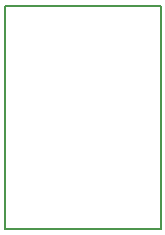
<source format=gbr>
G04 #@! TF.GenerationSoftware,KiCad,Pcbnew,(5.0.0-rc2-dev-607-gccb668c10)*
G04 #@! TF.CreationDate,2018-05-21T22:57:33+02:00*
G04 #@! TF.ProjectId,stm32,73746D33322E6B696361645F70636200,rev?*
G04 #@! TF.SameCoordinates,PX91d5fc0PY65a4820*
G04 #@! TF.FileFunction,Profile,NP*
%FSLAX46Y46*%
G04 Gerber Fmt 4.6, Leading zero omitted, Abs format (unit mm)*
G04 Created by KiCad (PCBNEW (5.0.0-rc2-dev-607-gccb668c10)) date Mon May 21 22:57:33 2018*
%MOMM*%
%LPD*%
G01*
G04 APERTURE LIST*
%ADD10C,0.150000*%
G04 APERTURE END LIST*
D10*
X13280000Y80000D02*
X13280000Y18880000D01*
X80000Y80000D02*
X13280000Y80000D01*
X80000Y18880000D02*
X80000Y80000D01*
X13280000Y18880000D02*
X80000Y18880000D01*
M02*

</source>
